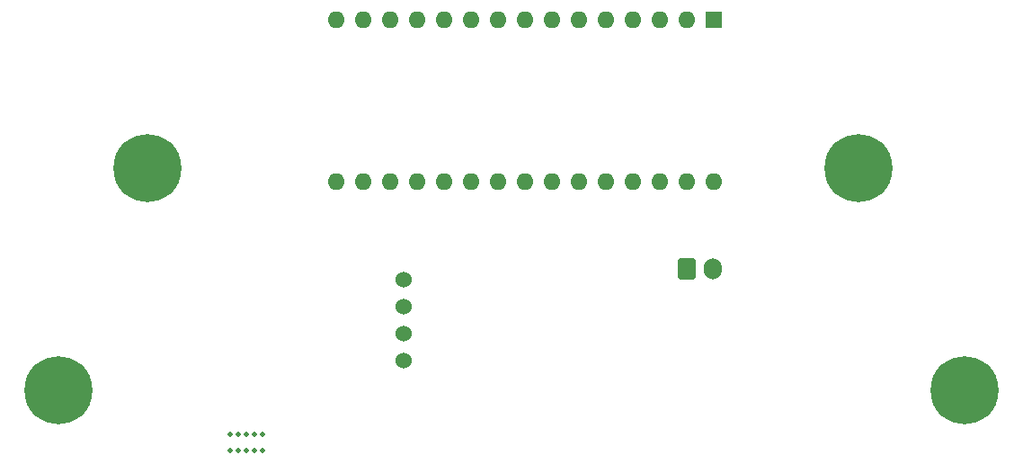
<source format=gbr>
%TF.GenerationSoftware,KiCad,Pcbnew,(5.1.9)-1*%
%TF.CreationDate,2021-03-10T13:01:27-03:00*%
%TF.ProjectId,pedal_board,70656461-6c5f-4626-9f61-72642e6b6963,rev?*%
%TF.SameCoordinates,Original*%
%TF.FileFunction,Soldermask,Bot*%
%TF.FilePolarity,Negative*%
%FSLAX46Y46*%
G04 Gerber Fmt 4.6, Leading zero omitted, Abs format (unit mm)*
G04 Created by KiCad (PCBNEW (5.1.9)-1) date 2021-03-10 13:01:27*
%MOMM*%
%LPD*%
G01*
G04 APERTURE LIST*
%ADD10C,0.500000*%
%ADD11O,1.700000X2.000000*%
%ADD12C,1.524000*%
%ADD13R,1.600000X1.600000*%
%ADD14O,1.600000X1.600000*%
%ADD15C,6.400000*%
%ADD16C,0.800000*%
G04 APERTURE END LIST*
D10*
%TO.C,mouse-bite-3mm-slot*%
X164499000Y-107250000D03*
X164499000Y-105750000D03*
X163737000Y-105750000D03*
X163737000Y-107250000D03*
X162963000Y-107250000D03*
X161463000Y-107250000D03*
X161463000Y-105750000D03*
X162963000Y-105750000D03*
X162213000Y-107250000D03*
X162213000Y-105750000D03*
%TD*%
D11*
%TO.C,J2*%
X206970000Y-90170000D03*
G36*
G01*
X203620000Y-90920000D02*
X203620000Y-89420000D01*
G75*
G02*
X203870000Y-89170000I250000J0D01*
G01*
X205070000Y-89170000D01*
G75*
G02*
X205320000Y-89420000I0J-250000D01*
G01*
X205320000Y-90920000D01*
G75*
G02*
X205070000Y-91170000I-250000J0D01*
G01*
X203870000Y-91170000D01*
G75*
G02*
X203620000Y-90920000I0J250000D01*
G01*
G37*
%TD*%
D12*
%TO.C,J1*%
X177800000Y-98806000D03*
X177800000Y-96266000D03*
X177800000Y-93726000D03*
X177800000Y-91186000D03*
%TD*%
D13*
%TO.C,A1*%
X207010000Y-66675000D03*
D14*
X173990000Y-81915000D03*
X204470000Y-66675000D03*
X176530000Y-81915000D03*
X201930000Y-66675000D03*
X179070000Y-81915000D03*
X199390000Y-66675000D03*
X181610000Y-81915000D03*
X196850000Y-66675000D03*
X184150000Y-81915000D03*
X194310000Y-66675000D03*
X186690000Y-81915000D03*
X191770000Y-66675000D03*
X189230000Y-81915000D03*
X189230000Y-66675000D03*
X191770000Y-81915000D03*
X186690000Y-66675000D03*
X194310000Y-81915000D03*
X184150000Y-66675000D03*
X196850000Y-81915000D03*
X181610000Y-66675000D03*
X199390000Y-81915000D03*
X179070000Y-66675000D03*
X201930000Y-81915000D03*
X176530000Y-66675000D03*
X204470000Y-81915000D03*
X173990000Y-66675000D03*
X207010000Y-81915000D03*
X171450000Y-66675000D03*
X171450000Y-81915000D03*
%TD*%
D15*
%TO.C,H1*%
X153670000Y-80645000D03*
D16*
X156070000Y-80645000D03*
X155367056Y-82342056D03*
X153670000Y-83045000D03*
X151972944Y-82342056D03*
X151270000Y-80645000D03*
X151972944Y-78947944D03*
X153670000Y-78245000D03*
X155367056Y-78947944D03*
%TD*%
%TO.C,H2*%
X222367056Y-78947944D03*
X220670000Y-78245000D03*
X218972944Y-78947944D03*
X218270000Y-80645000D03*
X218972944Y-82342056D03*
X220670000Y-83045000D03*
X222367056Y-82342056D03*
X223070000Y-80645000D03*
D15*
X220670000Y-80645000D03*
%TD*%
%TO.C,H3*%
X230632000Y-101600000D03*
D16*
X233032000Y-101600000D03*
X232329056Y-103297056D03*
X230632000Y-104000000D03*
X228934944Y-103297056D03*
X228232000Y-101600000D03*
X228934944Y-99902944D03*
X230632000Y-99200000D03*
X232329056Y-99902944D03*
%TD*%
%TO.C,H4*%
X146985056Y-99902944D03*
X145288000Y-99200000D03*
X143590944Y-99902944D03*
X142888000Y-101600000D03*
X143590944Y-103297056D03*
X145288000Y-104000000D03*
X146985056Y-103297056D03*
X147688000Y-101600000D03*
D15*
X145288000Y-101600000D03*
%TD*%
M02*

</source>
